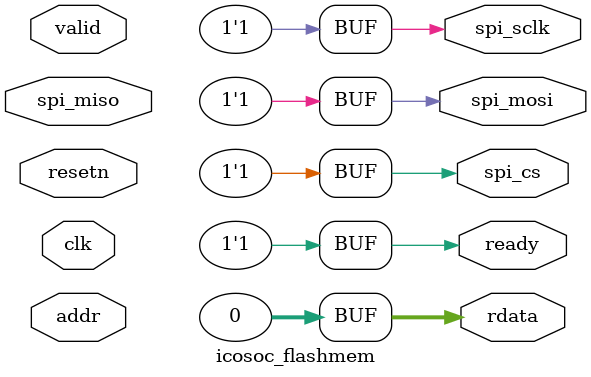
<source format=v>
module icosoc_flashmem (
	input clk, resetn,

	input valid,
	output ready,
	input [23:0] addr,
	output [31:0] rdata,

	output spi_cs,
	output spi_sclk,
	output spi_mosi,
	input spi_miso
);
	assign ready = 1, rdata = 0;
	assign spi_cs = 1, spi_sclk = 1, spi_mosi = 1;
endmodule

</source>
